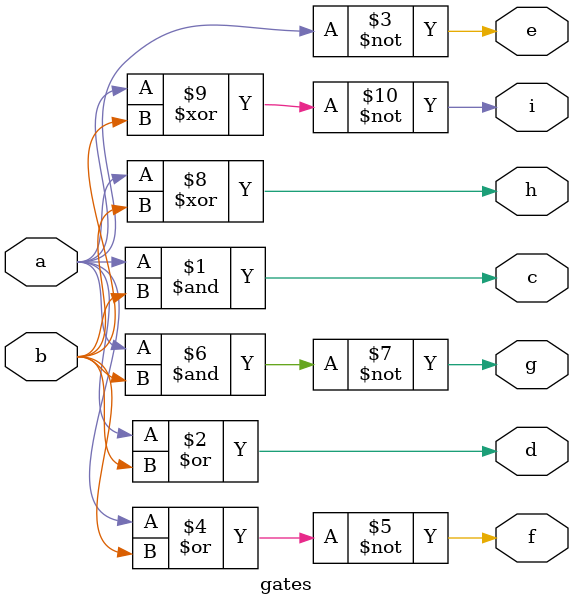
<source format=v>
module gates(c,d,a,b,e,f,g,h,i);
  input a,b;
  output c,d,e,f,g,h,i;
  assign c = a & b; 
  assign d=a | b;
  assign e=(~a);
  assign f=~(a | b);
  assign g=~(a & b);
  assign h=(a ^ b);
  assign i=~(a ^ b);
endmodule

</source>
